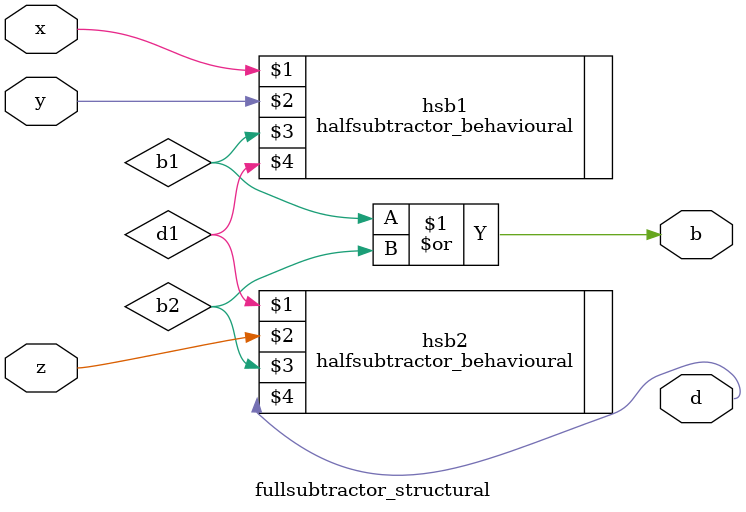
<source format=v>
module fullsubtractor_structural(x, y, z, b, d);
input x, y, z;
output b, d;
wire b1, d1, b2;
halfsubtractor_behavioural hsb1(x, y, b1, d1);
halfsubtractor_behavioural hsb2(d1, z, b2, d);
or(b, b1, b2);
endmodule
</source>
